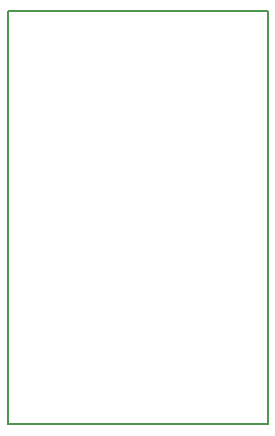
<source format=gbr>
%TF.GenerationSoftware,KiCad,Pcbnew,(6.0.0)*%
%TF.CreationDate,2022-06-01T12:39:38+01:00*%
%TF.ProjectId,shoulderButton,73686f75-6c64-4657-9242-7574746f6e2e,Rev1-F*%
%TF.SameCoordinates,Original*%
%TF.FileFunction,Profile,NP*%
%FSLAX46Y46*%
G04 Gerber Fmt 4.6, Leading zero omitted, Abs format (unit mm)*
G04 Created by KiCad (PCBNEW (6.0.0)) date 2022-06-01 12:39:38*
%MOMM*%
%LPD*%
G01*
G04 APERTURE LIST*
%TA.AperFunction,Profile*%
%ADD10C,0.200000*%
%TD*%
G04 APERTURE END LIST*
D10*
X57615988Y-46562010D02*
X35616007Y-46562010D01*
X35616007Y-46562010D02*
X35616007Y-81561991D01*
X57615988Y-81561991D02*
X57615988Y-46562010D01*
X35616007Y-81561991D02*
X57615988Y-81561991D01*
M02*

</source>
